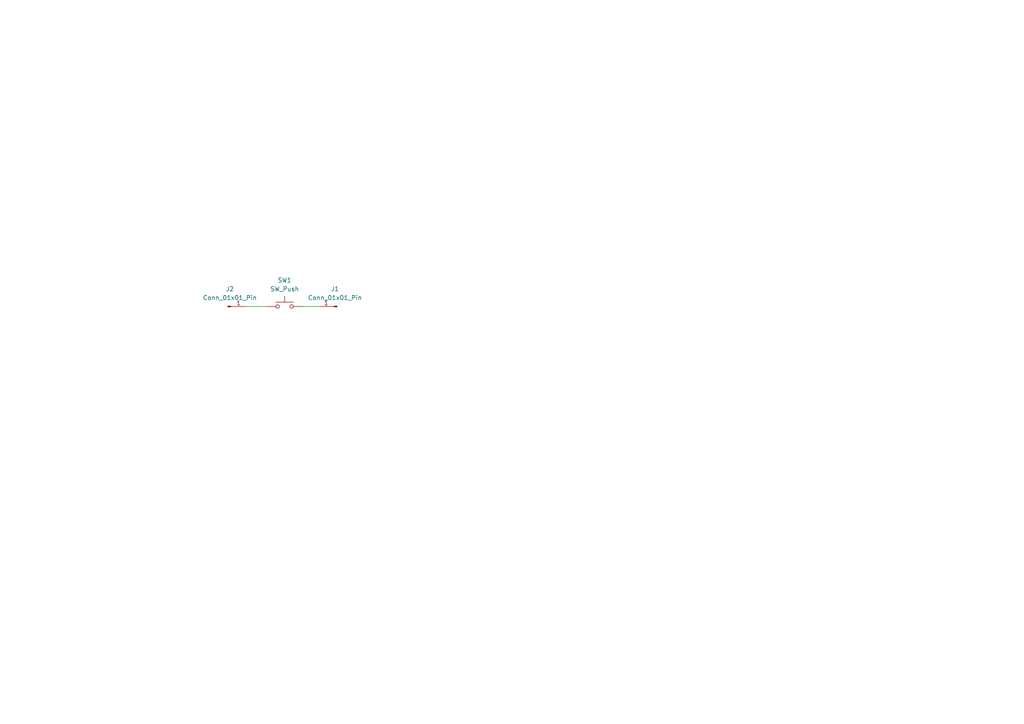
<source format=kicad_sch>
(kicad_sch (version 20250114) (generator "eeschema") (generator_version "9.0")
  (paper "A4")
  (lib_symbols
    (symbol "Connector:Conn_01x01_Pin" (pin_names (offset 1.016) (hide yes))
      (property "Reference" "J" (at 0 2.54 0))
      (property "Value" "Conn_01x01_Pin" (at 0 -2.54 0))
      (symbol "Conn_01x01_Pin_1_1"
        (rectangle (start 0.8636 0.127) (end 0 -0.127) (stroke (width 0.1524)) (fill (type outline)))
        (polyline (pts (xy 1.27 0) (xy 0.8636 0)) (stroke (width 0.1524)))
        (pin passive line (at 5.08 0 180) (length 3.81) (name "Pin_1") (number "1"))
      )
    )
    (symbol "Switch:SW_Push" (pin_numbers (hide yes)) (pin_names (offset 1.016) (hide yes))
      (property "Reference" "SW" (at 1.27 2.54 0))
      (property "Value" "SW_Push" (at 0 -1.524 0))
      (symbol "SW_Push_0_1"
        (circle (center -2.032 0) (radius 0.508))
        (polyline (pts (xy 0 1.27) (xy 0 3.048)))
        (circle (center 2.032 0) (radius 0.508))
        (polyline (pts (xy 2.54 1.27) (xy -2.54 1.27)))
        (pin passive line (at -5.08 0 0) (length 2.54) (name "1") (number "1"))
        (pin passive line (at 5.08 0 180) (length 2.54) (name "2") (number "2"))
      )
    )
  )
  (wire (pts (xy 71.12 88.9) (xy 77.47 88.9)))
  (wire (pts (xy 87.63 88.9) (xy 92.71 88.9)))
  (symbol (lib_id "Connector:Conn_01x01_Pin") (at 97.79 88.9 180) (unit 1)
    (property "Reference" "J1" (at 97.155 83.82 0))
    (property "Value" "Conn_01x01_Pin" (at 97.155 86.36 0))
    (property "Footprint" "Connector_PinHeader_2.54mm:PinHeader_1x01_P2.54mm_Horizontal" (effects (hide yes)))
    (property "Description" "Generic connector, single row, 01x01, script generated" (effects (hide yes)))
  )
  (symbol (lib_id "Connector:Conn_01x01_Pin") (at 66.04 88.9 0) (unit 1)
    (property "Reference" "J2" (at 66.675 83.82 0))
    (property "Value" "Conn_01x01_Pin" (at 66.675 86.36 0))
    (property "Footprint" "Connector_PinHeader_2.54mm:PinHeader_1x01_P2.54mm_Horizontal" (effects (hide yes)))
    (property "Description" "Generic connector, single row, 01x01, script generated" (effects (hide yes)))
  )
  (symbol (lib_id "Switch:SW_Push") (at 82.55 88.9 0) (unit 1)
    (property "Reference" "SW1" (at 82.55 81.28 0))
    (property "Value" "SW_Push" (at 82.55 83.82 0))
    (property "Footprint" "Button_Switch_Keyboard:SW_Cherry_MX_1.00u_PCB" (effects (hide yes)))
    (property "Description" "Push button switch, generic, two pins" (effects (hide yes)))
  )
)
</source>
